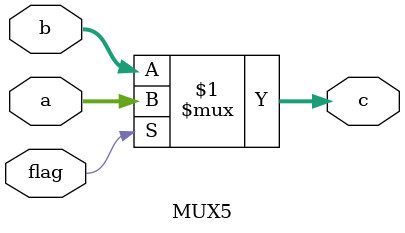
<source format=v>
`timescale 1ns / 1ps


module MUX5(a, b, flag, c);
    input [4:0] a, b;
    input flag;
    output [4:0] c;
    
    assign c = (flag)? a : b;
    
endmodule

</source>
